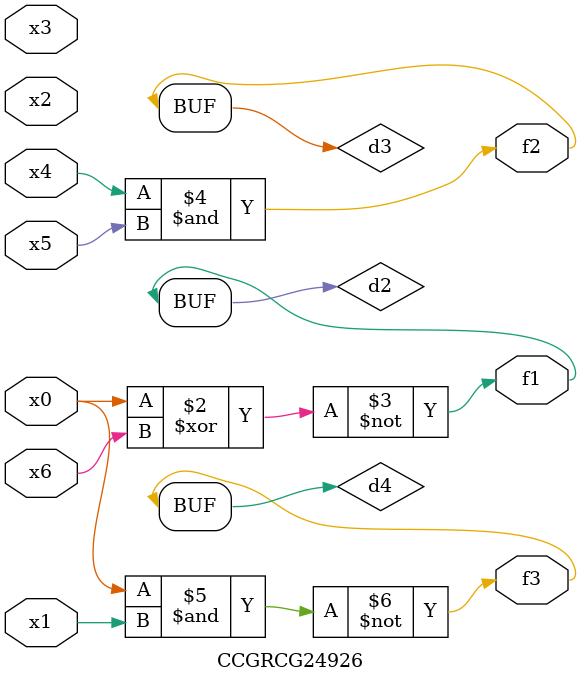
<source format=v>
module CCGRCG24926(
	input x0, x1, x2, x3, x4, x5, x6,
	output f1, f2, f3
);

	wire d1, d2, d3, d4;

	nor (d1, x0);
	xnor (d2, x0, x6);
	and (d3, x4, x5);
	nand (d4, x0, x1);
	assign f1 = d2;
	assign f2 = d3;
	assign f3 = d4;
endmodule

</source>
